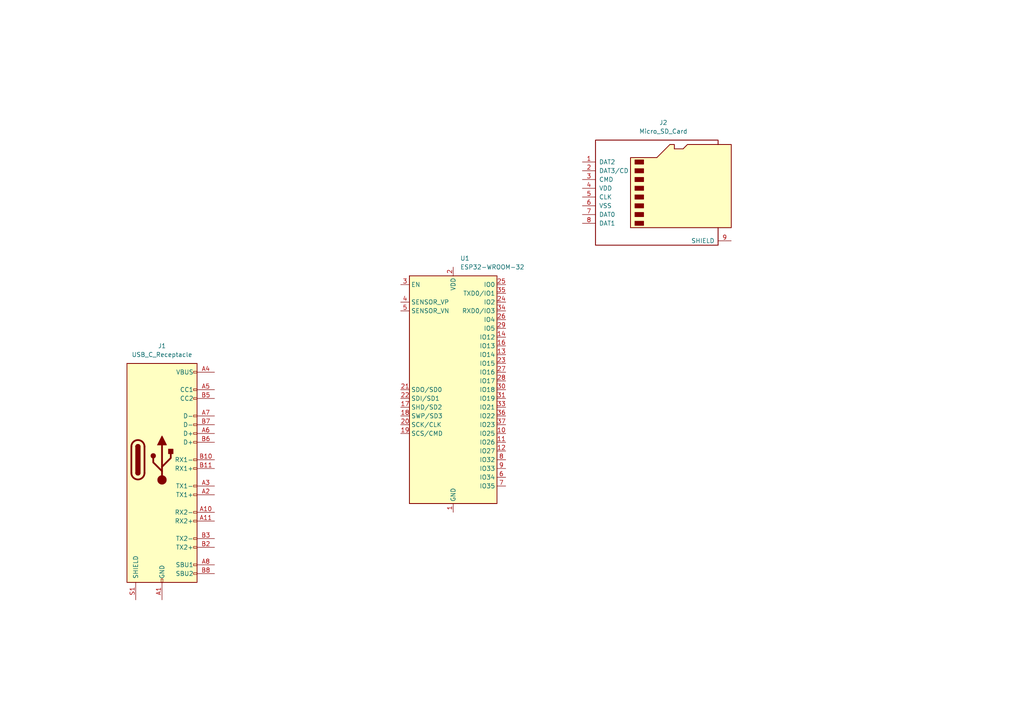
<source format=kicad_sch>
(kicad_sch (version 20211123) (generator eeschema)
  (paper "A4")
  (lib_symbols
    (symbol "Connector:Micro_SD_Card" (pin_names (offset 1.016))
      (property "Reference" "J" (at -16.51 15.24 0))
      (property "Value" "Micro_SD_Card" (at 16.51 15.24 0))
      (symbol "Micro_SD_Card_0_1"
        (rectangle (start -7.62 -9.525) (end -5.08 -10.795) (fill (type outline)))
        (rectangle (start -7.62 -6.985) (end -5.08 -8.255) (fill (type outline)))
        (rectangle (start -7.62 -4.445) (end -5.08 -5.715) (fill (type outline)))
        (rectangle (start -7.62 -1.905) (end -5.08 -3.175) (fill (type outline)))
        (rectangle (start -7.62 0.635) (end -5.08 -0.635) (fill (type outline)))
        (rectangle (start -7.62 3.175) (end -5.08 1.905) (fill (type outline)))
        (rectangle (start -7.62 5.715) (end -5.08 4.445) (fill (type outline)))
        (rectangle (start -7.62 8.255) (end -5.08 6.985) (fill (type outline)))
        (polyline (pts (xy 16.51 12.7) (xy 16.51 13.97) (xy -19.05 13.97) (xy -19.05 -16.51) (xy 16.51 -16.51) (xy 16.51 -11.43)) (stroke (width 0.254)))
        (polyline (pts (xy -8.89 -11.43) (xy -8.89 8.89) (xy -1.27 8.89) (xy 2.54 12.7) (xy 3.81 12.7) (xy 3.81 11.43) (xy 6.35 11.43) (xy 7.62 12.7) (xy 20.32 12.7) (xy 20.32 -11.43) (xy -8.89 -11.43)) (stroke (width 0.254)) (fill (type background)))
      )
      (symbol "Micro_SD_Card_1_1"
        (pin bidirectional line (at -22.86 7.62 0) (length 3.81) (name "DAT2") (number "1"))
        (pin bidirectional line (at -22.86 5.08 0) (length 3.81) (name "DAT3/CD") (number "2"))
        (pin input line (at -22.86 2.54 0) (length 3.81) (name "CMD") (number "3"))
        (pin power_in line (at -22.86 0 0) (length 3.81) (name "VDD") (number "4"))
        (pin input line (at -22.86 -2.54 0) (length 3.81) (name "CLK") (number "5"))
        (pin power_in line (at -22.86 -5.08 0) (length 3.81) (name "VSS") (number "6"))
        (pin bidirectional line (at -22.86 -7.62 0) (length 3.81) (name "DAT0") (number "7"))
        (pin bidirectional line (at -22.86 -10.16 0) (length 3.81) (name "DAT1") (number "8"))
        (pin passive line (at 20.32 -15.24 180) (length 3.81) (name "SHIELD") (number "9"))
      )
    )
    (symbol "Connector:USB_C_Receptacle" (pin_names (offset 1.016))
      (property "Reference" "J" (at -10.16 29.21 0))
      (property "Value" "USB_C_Receptacle" (at 10.16 29.21 0))
      (symbol "USB_C_Receptacle_0_0"
        (rectangle (start -0.254 -35.56) (end 0.254 -34.544))
        (rectangle (start 10.16 -32.766) (end 9.144 -33.274))
        (rectangle (start 10.16 -30.226) (end 9.144 -30.734))
        (rectangle (start 10.16 -25.146) (end 9.144 -25.654))
        (rectangle (start 10.16 -22.606) (end 9.144 -23.114))
        (rectangle (start 10.16 -17.526) (end 9.144 -18.034))
        (rectangle (start 10.16 -14.986) (end 9.144 -15.494))
        (rectangle (start 10.16 -9.906) (end 9.144 -10.414))
        (rectangle (start 10.16 -7.366) (end 9.144 -7.874))
        (rectangle (start 10.16 -2.286) (end 9.144 -2.794))
        (rectangle (start 10.16 0.254) (end 9.144 -0.254))
        (rectangle (start 10.16 5.334) (end 9.144 4.826))
        (rectangle (start 10.16 7.874) (end 9.144 7.366))
        (rectangle (start 10.16 10.414) (end 9.144 9.906))
        (rectangle (start 10.16 12.954) (end 9.144 12.446))
        (rectangle (start 10.16 18.034) (end 9.144 17.526))
        (rectangle (start 10.16 20.574) (end 9.144 20.066))
        (rectangle (start 10.16 25.654) (end 9.144 25.146))
      )
      (symbol "USB_C_Receptacle_0_1"
        (rectangle (start -10.16 27.94) (end 10.16 -35.56) (stroke (width 0.254)) (fill (type background)))
        (arc (start -8.89 -3.81) (mid -6.985 -5.715) (end -5.08 -3.81) (stroke (width 0.508)))
        (arc (start -7.62 -3.81) (mid -6.985 -4.445) (end -6.35 -3.81) (stroke (width 0.254)))
        (arc (start -7.62 -3.81) (mid -6.985 -4.445) (end -6.35 -3.81) (stroke (width 0.254)) (fill (type outline)))
        (rectangle (start -7.62 -3.81) (end -6.35 3.81) (stroke (width 0.254)) (fill (type outline)))
        (arc (start -6.35 3.81) (mid -6.985 4.445) (end -7.62 3.81) (stroke (width 0.254)))
        (arc (start -6.35 3.81) (mid -6.985 4.445) (end -7.62 3.81) (stroke (width 0.254)) (fill (type outline)))
        (arc (start -5.08 3.81) (mid -6.985 5.715) (end -8.89 3.81) (stroke (width 0.508)))
        (polyline (pts (xy -8.89 -3.81) (xy -8.89 3.81)) (stroke (width 0.508)))
        (polyline (pts (xy -5.08 3.81) (xy -5.08 -3.81)) (stroke (width 0.508)))
      )
      (symbol "USB_C_Receptacle_1_1"
        (circle (center -2.54 1.143) (radius 0.635) (stroke (width 0.254)) (fill (type outline)))
        (circle (center 0 -5.842) (radius 1.27) (fill (type outline)))
        (polyline (pts (xy 0 -5.842) (xy 0 4.318)) (stroke (width 0.508)))
        (polyline (pts (xy 0 -3.302) (xy -2.54 -0.762) (xy -2.54 0.508)) (stroke (width 0.508)))
        (polyline (pts (xy 0 -2.032) (xy 2.54 0.508) (xy 2.54 1.778)) (stroke (width 0.508)))
        (polyline (pts (xy -1.27 4.318) (xy 0 6.858) (xy 1.27 4.318) (xy -1.27 4.318)) (stroke (width 0.254)) (fill (type outline)))
        (rectangle (start 1.905 1.778) (end 3.175 3.048) (stroke (width 0.254)) (fill (type outline)))
        (pin passive line (at 0 -40.64 90) (length 5.08) (name "GND") (number "A1"))
        (pin bidirectional line (at 15.24 -15.24 180) (length 5.08) (name "RX2-") (number "A10"))
        (pin bidirectional line (at 15.24 -17.78 180) (length 5.08) (name "RX2+") (number "A11"))
        (pin passive line (at 0 -40.64 90) (length 5.08) hide (name "GND") (number "A12"))
        (pin bidirectional line (at 15.24 -10.16 180) (length 5.08) (name "TX1+") (number "A2"))
        (pin bidirectional line (at 15.24 -7.62 180) (length 5.08) (name "TX1-") (number "A3"))
        (pin passive line (at 15.24 25.4 180) (length 5.08) (name "VBUS") (number "A4"))
        (pin bidirectional line (at 15.24 20.32 180) (length 5.08) (name "CC1") (number "A5"))
        (pin bidirectional line (at 15.24 7.62 180) (length 5.08) (name "D+") (number "A6"))
        (pin bidirectional line (at 15.24 12.7 180) (length 5.08) (name "D-") (number "A7"))
        (pin bidirectional line (at 15.24 -30.48 180) (length 5.08) (name "SBU1") (number "A8"))
        (pin passive line (at 15.24 25.4 180) (length 5.08) hide (name "VBUS") (number "A9"))
        (pin passive line (at 0 -40.64 90) (length 5.08) hide (name "GND") (number "B1"))
        (pin bidirectional line (at 15.24 0 180) (length 5.08) (name "RX1-") (number "B10"))
        (pin bidirectional line (at 15.24 -2.54 180) (length 5.08) (name "RX1+") (number "B11"))
        (pin passive line (at 0 -40.64 90) (length 5.08) hide (name "GND") (number "B12"))
        (pin bidirectional line (at 15.24 -25.4 180) (length 5.08) (name "TX2+") (number "B2"))
        (pin bidirectional line (at 15.24 -22.86 180) (length 5.08) (name "TX2-") (number "B3"))
        (pin passive line (at 15.24 25.4 180) (length 5.08) hide (name "VBUS") (number "B4"))
        (pin bidirectional line (at 15.24 17.78 180) (length 5.08) (name "CC2") (number "B5"))
        (pin bidirectional line (at 15.24 5.08 180) (length 5.08) (name "D+") (number "B6"))
        (pin bidirectional line (at 15.24 10.16 180) (length 5.08) (name "D-") (number "B7"))
        (pin bidirectional line (at 15.24 -33.02 180) (length 5.08) (name "SBU2") (number "B8"))
        (pin passive line (at 15.24 25.4 180) (length 5.08) hide (name "VBUS") (number "B9"))
        (pin passive line (at -7.62 -40.64 90) (length 5.08) (name "SHIELD") (number "S1"))
      )
    )
    (symbol "RF_Module:ESP32-WROOM-32"
      (property "Reference" "U" (at -12.7 34.29 0))
      (property "Value" "ESP32-WROOM-32" (at 1.27 34.29 0))
      (symbol "ESP32-WROOM-32_0_1"
        (rectangle (start -12.7 33.02) (end 12.7 -33.02) (stroke (width 0.254)) (fill (type background)))
      )
      (symbol "ESP32-WROOM-32_1_1"
        (pin power_in line (at 0 -35.56 90) (length 2.54) (name "GND") (number "1"))
        (pin bidirectional line (at 15.24 -12.7 180) (length 2.54) (name "IO25") (number "10"))
        (pin bidirectional line (at 15.24 -15.24 180) (length 2.54) (name "IO26") (number "11"))
        (pin bidirectional line (at 15.24 -17.78 180) (length 2.54) (name "IO27") (number "12"))
        (pin bidirectional line (at 15.24 10.16 180) (length 2.54) (name "IO14") (number "13"))
        (pin bidirectional line (at 15.24 15.24 180) (length 2.54) (name "IO12") (number "14"))
        (pin passive line (at 0 -35.56 90) (length 2.54) hide (name "GND") (number "15"))
        (pin bidirectional line (at 15.24 12.7 180) (length 2.54) (name "IO13") (number "16"))
        (pin bidirectional line (at -15.24 -5.08 0) (length 2.54) (name "SHD/SD2") (number "17"))
        (pin bidirectional line (at -15.24 -7.62 0) (length 2.54) (name "SWP/SD3") (number "18"))
        (pin bidirectional line (at -15.24 -12.7 0) (length 2.54) (name "SCS/CMD") (number "19"))
        (pin power_in line (at 0 35.56 270) (length 2.54) (name "VDD") (number "2"))
        (pin bidirectional line (at -15.24 -10.16 0) (length 2.54) (name "SCK/CLK") (number "20"))
        (pin bidirectional line (at -15.24 0 0) (length 2.54) (name "SDO/SD0") (number "21"))
        (pin bidirectional line (at -15.24 -2.54 0) (length 2.54) (name "SDI/SD1") (number "22"))
        (pin bidirectional line (at 15.24 7.62 180) (length 2.54) (name "IO15") (number "23"))
        (pin bidirectional line (at 15.24 25.4 180) (length 2.54) (name "IO2") (number "24"))
        (pin bidirectional line (at 15.24 30.48 180) (length 2.54) (name "IO0") (number "25"))
        (pin bidirectional line (at 15.24 20.32 180) (length 2.54) (name "IO4") (number "26"))
        (pin bidirectional line (at 15.24 5.08 180) (length 2.54) (name "IO16") (number "27"))
        (pin bidirectional line (at 15.24 2.54 180) (length 2.54) (name "IO17") (number "28"))
        (pin bidirectional line (at 15.24 17.78 180) (length 2.54) (name "IO5") (number "29"))
        (pin input line (at -15.24 30.48 0) (length 2.54) (name "EN") (number "3"))
        (pin bidirectional line (at 15.24 0 180) (length 2.54) (name "IO18") (number "30"))
        (pin bidirectional line (at 15.24 -2.54 180) (length 2.54) (name "IO19") (number "31"))
        (pin no_connect line (at -12.7 -27.94 0) (length 2.54) hide (name "NC") (number "32"))
        (pin bidirectional line (at 15.24 -5.08 180) (length 2.54) (name "IO21") (number "33"))
        (pin bidirectional line (at 15.24 22.86 180) (length 2.54) (name "RXD0/IO3") (number "34"))
        (pin bidirectional line (at 15.24 27.94 180) (length 2.54) (name "TXD0/IO1") (number "35"))
        (pin bidirectional line (at 15.24 -7.62 180) (length 2.54) (name "IO22") (number "36"))
        (pin bidirectional line (at 15.24 -10.16 180) (length 2.54) (name "IO23") (number "37"))
        (pin passive line (at 0 -35.56 90) (length 2.54) hide (name "GND") (number "38"))
        (pin passive line (at 0 -35.56 90) (length 2.54) hide (name "GND") (number "39"))
        (pin input line (at -15.24 25.4 0) (length 2.54) (name "SENSOR_VP") (number "4"))
        (pin input line (at -15.24 22.86 0) (length 2.54) (name "SENSOR_VN") (number "5"))
        (pin input line (at 15.24 -25.4 180) (length 2.54) (name "IO34") (number "6"))
        (pin input line (at 15.24 -27.94 180) (length 2.54) (name "IO35") (number "7"))
        (pin bidirectional line (at 15.24 -20.32 180) (length 2.54) (name "IO32") (number "8"))
        (pin bidirectional line (at 15.24 -22.86 180) (length 2.54) (name "IO33") (number "9"))
      )
    )
  )
  (symbol (lib_id "Connector:USB_C_Receptacle") (at 46.99 133.35 0) (unit 1)
    (property "Reference" "J1" (at 46.99 100.33 0))
    (property "Value" "USB_C_Receptacle" (at 46.99 102.87 0))
    (property "Datasheet" "https://www.usb.org/sites/default/files/documents/usb_type-c.zip" (effects hide))
  )
  (symbol (lib_id "RF_Module:ESP32-WROOM-32") (at 131.445 113.03 0) (unit 1)
    (property "Reference" "U1" (at 133.4644 74.93 0) (effects (justify left)))
    (property "Value" "ESP32-WROOM-32" (at 133.4644 77.47 0) (effects (justify left)))
    (property "Footprint" "RF_Module:ESP32-WROOM-32" (effects hide))
    (property "Datasheet" "https://www.espressif.com/sites/default/files/documentation/esp32-wroom-32_datasheet_en.pdf" (effects hide))
  )
  (symbol (lib_id "Connector:Micro_SD_Card") (at 191.77 54.61 0) (unit 1)
    (property "Reference" "J2" (at 192.405 35.56 0))
    (property "Value" "Micro_SD_Card" (at 192.405 38.1 0))
    (property "Datasheet" "http://katalog.we-online.de/em/datasheet/693072010801.pdf" (effects hide))
  )
)
</source>
